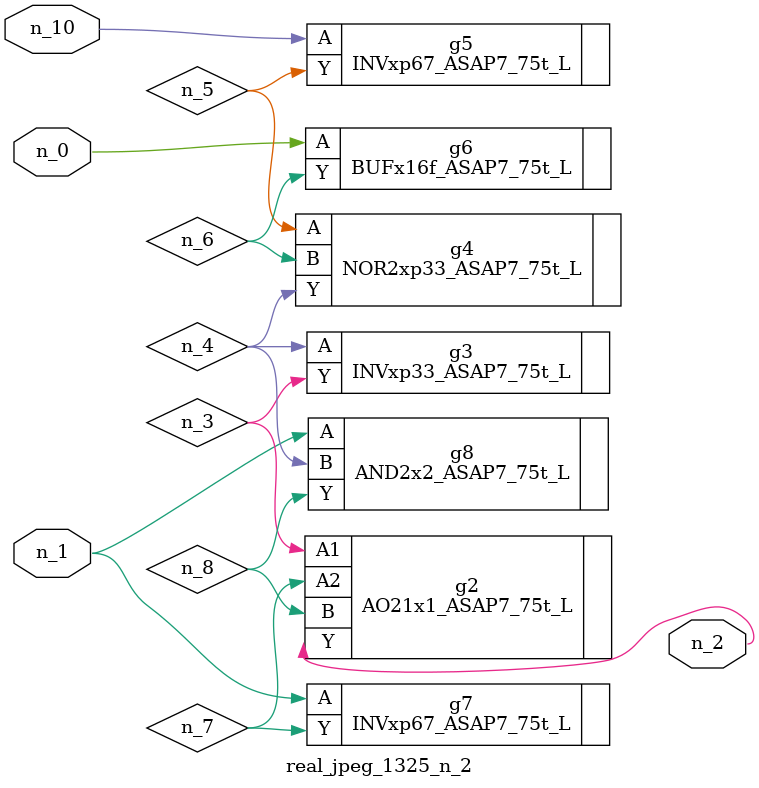
<source format=v>
module real_jpeg_1325_n_2 (n_1, n_10, n_0, n_2);

input n_1;
input n_10;
input n_0;

output n_2;

wire n_5;
wire n_4;
wire n_8;
wire n_6;
wire n_7;
wire n_3;

BUFx16f_ASAP7_75t_L g6 ( 
.A(n_0),
.Y(n_6)
);

INVxp67_ASAP7_75t_L g7 ( 
.A(n_1),
.Y(n_7)
);

AND2x2_ASAP7_75t_L g8 ( 
.A(n_1),
.B(n_4),
.Y(n_8)
);

AO21x1_ASAP7_75t_L g2 ( 
.A1(n_3),
.A2(n_7),
.B(n_8),
.Y(n_2)
);

INVxp33_ASAP7_75t_L g3 ( 
.A(n_4),
.Y(n_3)
);

NOR2xp33_ASAP7_75t_L g4 ( 
.A(n_5),
.B(n_6),
.Y(n_4)
);

INVxp67_ASAP7_75t_L g5 ( 
.A(n_10),
.Y(n_5)
);


endmodule
</source>
